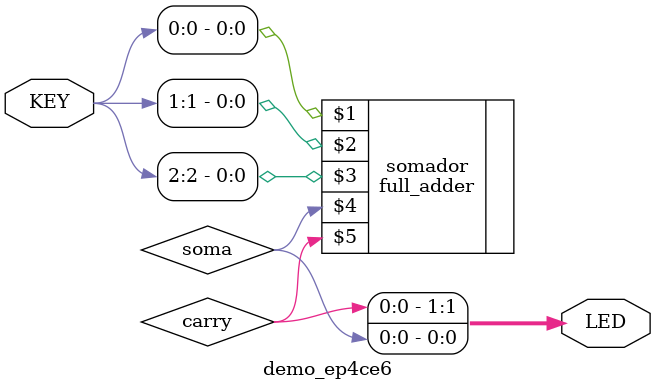
<source format=v>
/*
** demo_ep4ce6.v
**
**
*/


module demo_ep4ce6( input wire [3:0] KEY, output wire [1:0] LED );
		wire soma, carry;
		full_adder somador(KEY[0], KEY[1], KEY[2], soma, carry);
		assign LED[0] = soma;
		assign LED[1] = carry;
endmodule

</source>
